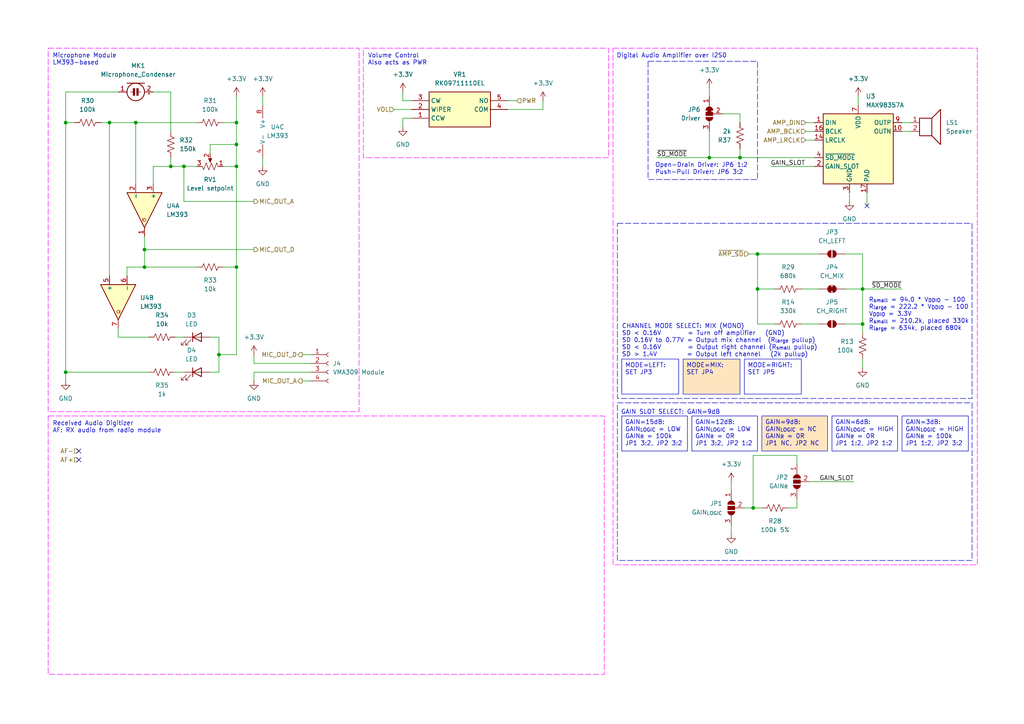
<source format=kicad_sch>
(kicad_sch (version 20231120) (generator "eeschema") (generator_version "8.0")
  (paper "A4")
  (lib_symbols
    (symbol "Audio:MAX98357A"
      (property "Reference" "U" (at -8.89 11.43 0))
      (property "Value" "MAX98357A" (at 10.16 11.43 0))
      (symbol "MAX98357A_1_1"
        (rectangle (start -10.16 10.16) (end 10.16 -10.16) (stroke (width 0.254)) (fill (type background)))
        (pin input line (at -12.7 7.62 0) (length 2.54) (name "DIN") (number "1"))
        (pin output line (at 12.7 5.08 180) (length 2.54) (name "OUTN") (number "10"))
        (pin passive line (at -2.54 -12.7 90) (length 2.54) hide (name "GND") (number "11"))
        (pin no_connect line (at 10.16 -5.08 180) (length 2.54) hide (name "NC") (number "12"))
        (pin no_connect line (at 10.16 -7.62 180) (length 2.54) hide (name "NC") (number "13"))
        (pin input line (at -12.7 2.54 0) (length 2.54) (name "LRCLK") (number "14"))
        (pin passive line (at -2.54 -12.7 90) (length 2.54) hide (name "GND") (number "15"))
        (pin input line (at -12.7 5.08 0) (length 2.54) (name "BCLK") (number "16"))
        (pin unspecified line (at 2.54 -12.7 90) (length 2.54) (name "PAD") (number "17"))
        (pin passive line (at -12.7 -5.08 0) (length 2.54) (name "GAIN_SLOT") (number "2"))
        (pin power_in line (at -2.54 -12.7 90) (length 2.54) (name "GND") (number "3"))
        (pin input line (at -12.7 -2.54 0) (length 2.54) (name "~{SD_MODE}") (number "4"))
        (pin no_connect line (at 10.16 2.54 180) (length 2.54) hide (name "NC") (number "5"))
        (pin no_connect line (at 10.16 0 180) (length 2.54) hide (name "NC") (number "6"))
        (pin power_in line (at 0 12.7 270) (length 2.54) (name "VDD") (number "7"))
        (pin passive line (at 0 12.7 270) (length 2.54) hide (name "VDD") (number "8"))
        (pin output line (at 12.7 7.62 180) (length 2.54) (name "OUTP") (number "9"))
      )
    )
    (symbol "Comparator:LM393" (pin_names (offset 0.127))
      (property "Reference" "U" (at 3.81 3.81 0))
      (property "Value" "LM393" (at 6.35 -3.81 0))
      (symbol "LM393_1_1"
        (polyline (pts (xy -5.08 5.08) (xy 5.08 0) (xy -5.08 -5.08) (xy -5.08 5.08)) (stroke (width 0.254)) (fill (type background)))
        (polyline (pts (xy 3.302 -0.508) (xy 2.794 -0.508) (xy 3.302 0) (xy 2.794 0.508) (xy 2.286 0) (xy 2.794 -0.508) (xy 2.286 -0.508)) (stroke (width 0.127)))
        (pin open_collector line (at 7.62 0 180) (length 2.54) (name "~") (number "1"))
        (pin input line (at -7.62 -2.54 0) (length 2.54) (name "-") (number "2"))
        (pin input line (at -7.62 2.54 0) (length 2.54) (name "+") (number "3"))
      )
      (symbol "LM393_2_1"
        (polyline (pts (xy -5.08 5.08) (xy 5.08 0) (xy -5.08 -5.08) (xy -5.08 5.08)) (stroke (width 0.254)) (fill (type background)))
        (polyline (pts (xy 3.302 -0.508) (xy 2.794 -0.508) (xy 3.302 0) (xy 2.794 0.508) (xy 2.286 0) (xy 2.794 -0.508) (xy 2.286 -0.508)) (stroke (width 0.127)))
        (pin input line (at -7.62 2.54 0) (length 2.54) (name "+") (number "5"))
        (pin input line (at -7.62 -2.54 0) (length 2.54) (name "-") (number "6"))
        (pin open_collector line (at 7.62 0 180) (length 2.54) (name "~") (number "7"))
      )
      (symbol "LM393_3_1"
        (pin power_in line (at -2.54 -7.62 90) (length 3.81) (name "V-") (number "4"))
        (pin power_in line (at -2.54 7.62 270) (length 3.81) (name "V+") (number "8"))
      )
    )
    (symbol "Connector:Conn_01x04_Socket" (pin_names (offset 1.016) hide)
      (property "Reference" "J" (at 0 5.08 0))
      (property "Value" "Conn_01x04_Socket" (at 0 -7.62 0))
      (symbol "Conn_01x04_Socket_1_1"
        (arc (start 0 -4.572) (mid -0.5058 -5.08) (end 0 -5.588) (stroke (width 0.1524)))
        (arc (start 0 -2.032) (mid -0.5058 -2.54) (end 0 -3.048) (stroke (width 0.1524)))
        (polyline (pts (xy -1.27 -5.08) (xy -0.508 -5.08)) (stroke (width 0.1524)))
        (polyline (pts (xy -1.27 -2.54) (xy -0.508 -2.54)) (stroke (width 0.1524)))
        (polyline (pts (xy -1.27 0) (xy -0.508 0)) (stroke (width 0.1524)))
        (polyline (pts (xy -1.27 2.54) (xy -0.508 2.54)) (stroke (width 0.1524)))
        (arc (start 0 0.508) (mid -0.5058 0) (end 0 -0.508) (stroke (width 0.1524)))
        (arc (start 0 3.048) (mid -0.5058 2.54) (end 0 2.032) (stroke (width 0.1524)))
        (pin passive line (at -5.08 2.54 0) (length 3.81) (name "Pin_1") (number "1"))
        (pin passive line (at -5.08 0 0) (length 3.81) (name "Pin_2") (number "2"))
        (pin passive line (at -5.08 -2.54 0) (length 3.81) (name "Pin_3") (number "3"))
        (pin passive line (at -5.08 -5.08 0) (length 3.81) (name "Pin_4") (number "4"))
      )
    )
    (symbol "Device:LED" (pin_numbers hide) (pin_names (offset 1.016) hide)
      (property "Reference" "D" (at 0 2.54 0))
      (property "Value" "LED" (at 0 -2.54 0))
      (symbol "LED_0_1"
        (polyline (pts (xy -1.27 -1.27) (xy -1.27 1.27)) (stroke (width 0.254)))
        (polyline (pts (xy -1.27 0) (xy 1.27 0)))
        (polyline (pts (xy 1.27 -1.27) (xy 1.27 1.27) (xy -1.27 0) (xy 1.27 -1.27)) (stroke (width 0.254)))
        (polyline (pts (xy -3.048 -0.762) (xy -4.572 -2.286) (xy -3.81 -2.286) (xy -4.572 -2.286) (xy -4.572 -1.524)))
        (polyline (pts (xy -1.778 -0.762) (xy -3.302 -2.286) (xy -2.54 -2.286) (xy -3.302 -2.286) (xy -3.302 -1.524)))
      )
      (symbol "LED_1_1"
        (pin passive line (at -3.81 0 0) (length 2.54) (name "K") (number "1"))
        (pin passive line (at 3.81 0 180) (length 2.54) (name "A") (number "2"))
      )
    )
    (symbol "Device:Microphone_Condenser" (pin_names (offset 0.0254) hide)
      (property "Reference" "MK" (at -3.302 1.27 0))
      (property "Value" "Microphone_Condenser" (at -3.302 -0.635 0))
      (symbol "Microphone_Condenser_0_1"
        (polyline (pts (xy -2.54 2.54) (xy -2.54 -2.54)) (stroke (width 0.254)))
        (polyline (pts (xy 0 -0.762) (xy 0 -1.524)))
        (polyline (pts (xy 0 0.762) (xy 0 1.524)))
        (polyline (pts (xy 0.254 3.81) (xy 0.762 3.81)))
        (polyline (pts (xy 0.508 4.064) (xy 0.508 3.556)))
        (circle (center 0 0) (radius 2.54) (stroke (width 0.254)))
        (rectangle (start 1.016 -0.254) (end -1.016 -0.762) (fill (type outline)))
        (rectangle (start 1.016 0.762) (end -1.016 0.254) (fill (type outline)))
      )
      (symbol "Microphone_Condenser_1_1"
        (pin passive line (at 0 -5.08 90) (length 2.54) (name "-") (number "1"))
        (pin passive line (at 0 5.08 270) (length 2.54) (name "+") (number "2"))
      )
    )
    (symbol "Device:R_Potentiometer_US" (pin_names (offset 1.016) hide)
      (property "Reference" "RV" (at -4.445 0 90))
      (property "Value" "R_Potentiometer_US" (at -2.54 0 90))
      (symbol "R_Potentiometer_US_0_1"
        (polyline (pts (xy 0 -2.286) (xy 0 -2.54)))
        (polyline (pts (xy 0 2.54) (xy 0 2.286)))
        (polyline (pts (xy 2.54 0) (xy 1.524 0)))
        (polyline (pts (xy 1.143 0) (xy 2.286 0.508) (xy 2.286 -0.508) (xy 1.143 0)) (fill (type outline)))
        (polyline (pts (xy 0 -0.762) (xy 1.016 -1.143) (xy 0 -1.524) (xy -1.016 -1.905) (xy 0 -2.286)))
        (polyline (pts (xy 0 0.762) (xy 1.016 0.381) (xy 0 0) (xy -1.016 -0.381) (xy 0 -0.762)))
        (polyline (pts (xy 0 2.286) (xy 1.016 1.905) (xy 0 1.524) (xy -1.016 1.143) (xy 0 0.762)))
      )
      (symbol "R_Potentiometer_US_1_1"
        (pin passive line (at 0 3.81 270) (length 1.27) (name "1") (number "1"))
        (pin passive line (at 3.81 0 180) (length 1.27) (name "2") (number "2"))
        (pin passive line (at 0 -3.81 90) (length 1.27) (name "3") (number "3"))
      )
    )
    (symbol "Device:R_US" (pin_numbers hide) (pin_names (offset 0))
      (property "Reference" "R" (at 2.54 0 90))
      (property "Value" "R_US" (at -2.54 0 90))
      (symbol "R_US_0_1"
        (polyline (pts (xy 0 -2.286) (xy 0 -2.54)))
        (polyline (pts (xy 0 2.286) (xy 0 2.54)))
        (polyline (pts (xy 0 -0.762) (xy 1.016 -1.143) (xy 0 -1.524) (xy -1.016 -1.905) (xy 0 -2.286)))
        (polyline (pts (xy 0 0.762) (xy 1.016 0.381) (xy 0 0) (xy -1.016 -0.381) (xy 0 -0.762)))
        (polyline (pts (xy 0 2.286) (xy 1.016 1.905) (xy 0 1.524) (xy -1.016 1.143) (xy 0 0.762)))
      )
      (symbol "R_US_1_1"
        (pin passive line (at 0 3.81 270) (length 1.27) (name "~") (number "1"))
        (pin passive line (at 0 -3.81 90) (length 1.27) (name "~") (number "2"))
      )
    )
    (symbol "Device:Speaker" (pin_names (offset 0) hide)
      (property "Reference" "LS" (at 1.27 5.715 0))
      (property "Value" "Speaker" (at 1.27 3.81 0))
      (symbol "Speaker_0_0"
        (rectangle (start -2.54 1.27) (end 1.016 -3.81) (stroke (width 0.254)))
        (polyline (pts (xy 1.016 1.27) (xy 3.556 3.81) (xy 3.556 -6.35) (xy 1.016 -3.81)) (stroke (width 0.254)))
      )
      (symbol "Speaker_1_1"
        (pin input line (at -5.08 0 0) (length 2.54) (name "1") (number "1"))
        (pin input line (at -5.08 -2.54 0) (length 2.54) (name "2") (number "2"))
      )
    )
    (symbol "Jumper:SolderJumper_2_Bridged" (pin_numbers hide) (pin_names (offset 0) hide) (exclude_from_sim yes) (in_bom no)
      (property "Reference" "JP" (at 0 2.032 0))
      (property "Value" "SolderJumper_2_Bridged" (at 0 -2.54 0))
      (symbol "SolderJumper_2_Bridged_0_1"
        (rectangle (start -0.508 0.508) (end 0.508 -0.508) (fill (type outline)))
        (arc (start -0.254 1.016) (mid -1.2656 0) (end -0.254 -1.016))
        (arc (start -0.254 1.016) (mid -1.2656 0) (end -0.254 -1.016) (fill (type outline)))
        (polyline (pts (xy -0.254 1.016) (xy -0.254 -1.016)))
        (polyline (pts (xy 0.254 1.016) (xy 0.254 -1.016)))
        (arc (start 0.254 -1.016) (mid 1.2656 0) (end 0.254 1.016))
        (arc (start 0.254 -1.016) (mid 1.2656 0) (end 0.254 1.016) (fill (type outline)))
      )
      (symbol "SolderJumper_2_Bridged_1_1"
        (pin passive line (at -3.81 0 0) (length 2.54) (name "A") (number "1"))
        (pin passive line (at 3.81 0 180) (length 2.54) (name "B") (number "2"))
      )
    )
    (symbol "Jumper:SolderJumper_2_Open" (pin_numbers hide) (pin_names (offset 0) hide) (exclude_from_sim yes) (in_bom no)
      (property "Reference" "JP" (at 0 2.032 0))
      (property "Value" "SolderJumper_2_Open" (at 0 -2.54 0))
      (symbol "SolderJumper_2_Open_0_1"
        (arc (start -0.254 1.016) (mid -1.2656 0) (end -0.254 -1.016))
        (arc (start -0.254 1.016) (mid -1.2656 0) (end -0.254 -1.016) (fill (type outline)))
        (polyline (pts (xy -0.254 1.016) (xy -0.254 -1.016)))
        (polyline (pts (xy 0.254 1.016) (xy 0.254 -1.016)))
        (arc (start 0.254 -1.016) (mid 1.2656 0) (end 0.254 1.016))
        (arc (start 0.254 -1.016) (mid 1.2656 0) (end 0.254 1.016) (fill (type outline)))
      )
      (symbol "SolderJumper_2_Open_1_1"
        (pin passive line (at -3.81 0 0) (length 2.54) (name "A") (number "1"))
        (pin passive line (at 3.81 0 180) (length 2.54) (name "B") (number "2"))
      )
    )
    (symbol "Jumper:SolderJumper_3_Bridged12" (pin_names (offset 0) hide) (exclude_from_sim yes) (in_bom no)
      (property "Reference" "JP" (at -2.54 -2.54 0))
      (property "Value" "SolderJumper_3_Bridged12" (at 0 2.794 0))
      (symbol "SolderJumper_3_Bridged12_0_1"
        (rectangle (start -1.016 0.508) (end -0.508 -0.508) (fill (type outline)))
        (arc (start -1.016 1.016) (mid -2.0276 0) (end -1.016 -1.016))
        (arc (start -1.016 1.016) (mid -2.0276 0) (end -1.016 -1.016) (fill (type outline)))
        (rectangle (start -0.508 1.016) (end 0.508 -1.016) (fill (type outline)))
        (polyline (pts (xy -2.54 0) (xy -2.032 0)))
        (polyline (pts (xy -1.016 1.016) (xy -1.016 -1.016)))
        (polyline (pts (xy 0 -1.27) (xy 0 -1.016)))
        (polyline (pts (xy 1.016 1.016) (xy 1.016 -1.016)))
        (polyline (pts (xy 2.54 0) (xy 2.032 0)))
        (arc (start 1.016 -1.016) (mid 2.0276 0) (end 1.016 1.016))
        (arc (start 1.016 -1.016) (mid 2.0276 0) (end 1.016 1.016) (fill (type outline)))
      )
      (symbol "SolderJumper_3_Bridged12_1_1"
        (pin passive line (at -5.08 0 0) (length 2.54) (name "A") (number "1"))
        (pin passive line (at 0 -3.81 90) (length 2.54) (name "C") (number "2"))
        (pin passive line (at 5.08 0 180) (length 2.54) (name "B") (number "3"))
      )
    )
    (symbol "Jumper:SolderJumper_3_Open" (pin_names (offset 0) hide) (exclude_from_sim yes) (in_bom no)
      (property "Reference" "JP" (at -2.54 -2.54 0))
      (property "Value" "SolderJumper_3_Open" (at 0 2.794 0))
      (symbol "SolderJumper_3_Open_0_1"
        (arc (start -1.016 1.016) (mid -2.0276 0) (end -1.016 -1.016))
        (arc (start -1.016 1.016) (mid -2.0276 0) (end -1.016 -1.016) (fill (type outline)))
        (rectangle (start -0.508 1.016) (end 0.508 -1.016) (fill (type outline)))
        (polyline (pts (xy -2.54 0) (xy -2.032 0)))
        (polyline (pts (xy -1.016 1.016) (xy -1.016 -1.016)))
        (polyline (pts (xy 0 -1.27) (xy 0 -1.016)))
        (polyline (pts (xy 1.016 1.016) (xy 1.016 -1.016)))
        (polyline (pts (xy 2.54 0) (xy 2.032 0)))
        (arc (start 1.016 -1.016) (mid 2.0276 0) (end 1.016 1.016))
        (arc (start 1.016 -1.016) (mid 2.0276 0) (end 1.016 1.016) (fill (type outline)))
      )
      (symbol "SolderJumper_3_Open_1_1"
        (pin passive line (at -5.08 0 0) (length 2.54) (name "A") (number "1"))
        (pin passive line (at 0 -3.81 90) (length 2.54) (name "C") (number "2"))
        (pin passive line (at 5.08 0 180) (length 2.54) (name "B") (number "3"))
      )
    )
    (symbol "power:+3.3V" (power) (pin_numbers hide) (pin_names (offset 0) hide)
      (property "Value" "+3.3V" (at 0 3.556 0))
      (symbol "+3.3V_0_1"
        (polyline (pts (xy -0.762 1.27) (xy 0 2.54)))
        (polyline (pts (xy 0 0) (xy 0 2.54)))
        (polyline (pts (xy 0 2.54) (xy 0.762 1.27)))
      )
      (symbol "+3.3V_1_1"
        (pin power_in line (at 0 0 90) (length 0) (name "~") (number "1"))
      )
    )
    (symbol "power:GND" (power) (pin_numbers hide) (pin_names (offset 0) hide)
      (property "Value" "GND" (at 0 -3.81 0))
      (symbol "GND_0_1"
        (polyline (pts (xy 0 0) (xy 0 -1.27) (xy 1.27 -1.27) (xy 0 -2.54) (xy -1.27 -1.27) (xy 0 -1.27)))
      )
      (symbol "GND_1_1"
        (pin power_in line (at 0 0 270) (length 0) (name "~") (number "1"))
      )
    )
    (symbol "spur-demo:RK09711110EL"
      (property "Reference" "VR" (at 24.13 7.62 0))
      (property "Value" "RK09711110EL" (at 24.13 5.08 0))
      (symbol "RK09711110EL_1_1"
        (rectangle (start 5.08 2.54) (end 22.86 -7.62) (stroke (width 0.254)) (fill (type background)))
        (pin passive line (at 27.94 -5.08 180) (length 5.08) (name "CCW") (number "1"))
        (pin passive line (at 27.94 -2.54 180) (length 5.08) (name "WIPER") (number "2"))
        (pin passive line (at 27.94 0 180) (length 5.08) (name "CW") (number "3"))
        (pin passive line (at 0 -2.54 0) (length 5.08) (name "COM") (number "4"))
        (pin passive line (at 0 0 0) (length 5.08) (name "NO") (number "5"))
      )
    )
  )
  (junction (at 19.05 35.56))
  (junction (at 250.19 83.82))
  (junction (at 49.53 48.26))
  (junction (at 68.58 48.26))
  (junction (at 53.34 48.26))
  (junction (at 219.71 73.66))
  (junction (at 218.44 147.32))
  (junction (at 41.91 77.47))
  (junction (at 39.37 35.56))
  (junction (at 219.71 83.82))
  (junction (at 41.91 72.39))
  (junction (at 19.05 107.95))
  (junction (at 205.74 45.72))
  (junction (at 63.5 102.87))
  (junction (at 68.58 77.47))
  (junction (at 214.63 45.72))
  (junction (at 250.19 93.98))
  (junction (at 68.58 35.56))
  (junction (at 68.58 41.91))
  (junction (at 31.75 35.56))
  (no_connect (at 251.46 59.69))
  (no_connect (at 22.86 133.35))
  (no_connect (at 22.86 130.81))
  (wire (pts (xy 250.19 73.66) (xy 250.19 83.82)))
  (wire (pts (xy 64.77 48.26) (xy 68.58 48.26)))
  (wire (pts (xy 248.92 27.94) (xy 248.92 30.48)))
  (wire (pts (xy 157.48 29.21) (xy 157.48 31.75)))
  (wire (pts (xy 214.63 35.56) (xy 214.63 33.02)))
  (wire (pts (xy 224.79 93.98) (xy 219.71 93.98)))
  (wire (pts (xy 190.5 45.72) (xy 205.74 45.72)))
  (wire (pts (xy 63.5 97.79) (xy 63.5 102.87)))
  (wire (pts (xy 41.91 68.58) (xy 41.91 72.39)))
  (wire (pts (xy 57.15 77.47) (xy 41.91 77.47)))
  (wire (pts (xy 49.53 45.72) (xy 49.53 48.26)))
  (wire (pts (xy 49.53 48.26) (xy 44.45 48.26)))
  (wire (pts (xy 68.58 35.56) (xy 68.58 41.91)))
  (wire (pts (xy 39.37 35.56) (xy 39.37 53.34)))
  (wire (pts (xy 231.14 132.08) (xy 231.14 134.62)))
  (wire (pts (xy 57.15 35.56) (xy 39.37 35.56)))
  (wire (pts (xy 232.41 83.82) (xy 237.49 83.82)))
  (wire (pts (xy 63.5 102.87) (xy 68.58 102.87)))
  (wire (pts (xy 116.84 26.67) (xy 116.84 29.21)))
  (wire (pts (xy 233.68 40.64) (xy 236.22 40.64)))
  (wire (pts (xy 212.09 139.7) (xy 212.09 142.24)))
  (wire (pts (xy 219.71 93.98) (xy 219.71 83.82)))
  (wire (pts (xy 217.17 73.66) (xy 219.71 73.66)))
  (wire (pts (xy 250.19 106.68) (xy 250.19 104.14)))
  (wire (pts (xy 68.58 41.91) (xy 68.58 48.26)))
  (wire (pts (xy 64.77 35.56) (xy 68.58 35.56)))
  (wire (pts (xy 36.83 80.01) (xy 36.83 77.47)))
  (wire (pts (xy 205.74 45.72) (xy 214.63 45.72)))
  (wire (pts (xy 53.34 48.26) (xy 57.15 48.26)))
  (wire (pts (xy 245.11 73.66) (xy 250.19 73.66)))
  (wire (pts (xy 49.53 48.26) (xy 53.34 48.26)))
  (wire (pts (xy 36.83 77.47) (xy 41.91 77.47)))
  (wire (pts (xy 53.34 97.79) (xy 50.8 97.79)))
  (wire (pts (xy 34.29 26.67) (xy 19.05 26.67)))
  (wire (pts (xy 250.19 83.82) (xy 250.19 93.98)))
  (wire (pts (xy 43.18 97.79) (xy 34.29 97.79)))
  (wire (pts (xy 149.86 29.21) (xy 147.32 29.21)))
  (wire (pts (xy 116.84 34.29) (xy 116.84 36.83)))
  (wire (pts (xy 87.63 102.87) (xy 90.17 102.87)))
  (wire (pts (xy 219.71 83.82) (xy 224.79 83.82)))
  (wire (pts (xy 234.95 139.7) (xy 247.65 139.7)))
  (wire (pts (xy 63.5 102.87) (xy 63.5 107.95)))
  (wire (pts (xy 60.96 41.91) (xy 68.58 41.91)))
  (wire (pts (xy 205.74 38.1) (xy 205.74 45.72)))
  (wire (pts (xy 60.96 97.79) (xy 63.5 97.79)))
  (wire (pts (xy 43.18 107.95) (xy 19.05 107.95)))
  (wire (pts (xy 19.05 110.49) (xy 19.05 107.95)))
  (wire (pts (xy 39.37 35.56) (xy 31.75 35.56)))
  (wire (pts (xy 214.63 45.72) (xy 236.22 45.72)))
  (wire (pts (xy 41.91 72.39) (xy 73.66 72.39)))
  (wire (pts (xy 49.53 26.67) (xy 44.45 26.67)))
  (wire (pts (xy 19.05 26.67) (xy 19.05 35.56)))
  (wire (pts (xy 73.66 58.42) (xy 53.34 58.42)))
  (wire (pts (xy 233.68 38.1) (xy 236.22 38.1)))
  (wire (pts (xy 73.66 102.87) (xy 73.66 105.41)))
  (wire (pts (xy 218.44 147.32) (xy 218.44 132.08)))
  (wire (pts (xy 21.59 35.56) (xy 19.05 35.56)))
  (wire (pts (xy 31.75 35.56) (xy 31.75 80.01)))
  (wire (pts (xy 76.2 45.72) (xy 76.2 48.26)))
  (wire (pts (xy 60.96 41.91) (xy 60.96 44.45)))
  (wire (pts (xy 53.34 48.26) (xy 53.34 58.42)))
  (wire (pts (xy 219.71 73.66) (xy 237.49 73.66)))
  (wire (pts (xy 219.71 73.66) (xy 219.71 83.82)))
  (wire (pts (xy 228.6 147.32) (xy 231.14 147.32)))
  (wire (pts (xy 49.53 26.67) (xy 49.53 38.1)))
  (wire (pts (xy 214.63 43.18) (xy 214.63 45.72)))
  (wire (pts (xy 147.32 31.75) (xy 157.48 31.75)))
  (wire (pts (xy 41.91 77.47) (xy 41.91 72.39)))
  (wire (pts (xy 231.14 147.32) (xy 231.14 144.78)))
  (wire (pts (xy 261.62 38.1) (xy 264.16 38.1)))
  (wire (pts (xy 68.58 27.94) (xy 68.58 35.56)))
  (wire (pts (xy 212.09 152.4) (xy 212.09 154.94)))
  (wire (pts (xy 44.45 48.26) (xy 44.45 53.34)))
  (wire (pts (xy 76.2 27.94) (xy 76.2 30.48)))
  (wire (pts (xy 114.3 31.75) (xy 119.38 31.75)))
  (wire (pts (xy 261.62 35.56) (xy 264.16 35.56)))
  (wire (pts (xy 218.44 147.32) (xy 220.98 147.32)))
  (wire (pts (xy 214.63 33.02) (xy 209.55 33.02)))
  (wire (pts (xy 233.68 35.56) (xy 236.22 35.56)))
  (wire (pts (xy 250.19 93.98) (xy 250.19 96.52)))
  (wire (pts (xy 245.11 93.98) (xy 250.19 93.98)))
  (wire (pts (xy 73.66 110.49) (xy 73.66 107.95)))
  (wire (pts (xy 63.5 107.95) (xy 60.96 107.95)))
  (wire (pts (xy 68.58 77.47) (xy 68.58 102.87)))
  (wire (pts (xy 119.38 34.29) (xy 116.84 34.29)))
  (wire (pts (xy 34.29 95.25) (xy 34.29 97.79)))
  (wire (pts (xy 116.84 29.21) (xy 119.38 29.21)))
  (wire (pts (xy 64.77 77.47) (xy 68.58 77.47)))
  (wire (pts (xy 223.52 48.26) (xy 236.22 48.26)))
  (wire (pts (xy 73.66 107.95) (xy 90.17 107.95)))
  (wire (pts (xy 68.58 48.26) (xy 68.58 77.47)))
  (wire (pts (xy 246.38 58.42) (xy 246.38 55.88)))
  (wire (pts (xy 218.44 132.08) (xy 231.14 132.08)))
  (wire (pts (xy 53.34 107.95) (xy 50.8 107.95)))
  (wire (pts (xy 73.66 105.41) (xy 90.17 105.41)))
  (wire (pts (xy 19.05 35.56) (xy 19.05 107.95)))
  (wire (pts (xy 31.75 35.56) (xy 29.21 35.56)))
  (wire (pts (xy 215.9 147.32) (xy 218.44 147.32)))
  (wire (pts (xy 87.63 110.49) (xy 90.17 110.49)))
  (wire (pts (xy 251.46 55.88) (xy 251.46 59.69)))
  (wire (pts (xy 232.41 93.98) (xy 237.49 93.98)))
  (wire (pts (xy 250.19 83.82) (xy 261.62 83.82)))
  (wire (pts (xy 205.74 25.4) (xy 205.74 27.94)))
  (wire (pts (xy 245.11 83.82) (xy 250.19 83.82)))
  (rectangle (start 13.97 120.65) (end 175.26 195.58) (stroke (width 0) (type dash) (color 255 0 255 1)))
  (rectangle (start 187.96 17.78) (end 219.71 52.07) (stroke (width 0) (type dash)))
  (rectangle (start 13.97 13.97) (end 104.14 119.38) (stroke (width 0) (type dash) (color 255 0 255 1)))
  (rectangle (start 125.73 -92.71) (end 125.73 -92.71))
  (rectangle (start 179.07 64.77) (end 281.94 115.57) (stroke (width 0) (type dash)))
  (rectangle (start 179.07 116.84) (end 281.94 162.56) (stroke (width 0) (type dash)))
  (rectangle (start 177.8 13.97) (end 283.464 163.83) (stroke (width 0) (type dash) (color 255 0 255 1)))
  (rectangle (start 105.41 13.97) (end 176.53 45.72) (stroke (width 0) (type dash) (color 255 0 255 1)))
  (text_box "GAIN=15dB:\nGAIN_{LOGIC} = LOW\nGAIN_{R} = 100k\nJP1 3:2, JP2 3:2" (at 180.34 120.65 0) (size 19.05 10.16) (effects (font (size 1.27 1.27)) (justify left top)))
  (text_box "GAIN=12dB:\nGAIN_{LOGIC} = LOW\nGAIN_{R} = 0R\nJP1 3:2, JP2 1:2" (at 200.66 120.65 0) (size 19.05 10.16) (effects (font (size 1.27 1.27)) (justify left top)))
  (text_box "MODE=MIX:\nSET JP4" (at 198.12 104.14 0) (size 16.51 10.16) (fill (type color) (color 255 229 191 1)) (effects (font (size 1.27 1.27)) (justify left top)))
  (text_box "GAIN=6dB:\nGAIN_{LOGIC} = HIGH\nGAIN_{R} = 0R\nJP1 1:2, JP2 1:2" (at 241.3 120.65 0) (size 19.05 10.16) (effects (font (size 1.27 1.27)) (justify left top)))
  (text_box "MODE=RIGHT:\nSET JP5" (at 215.9 104.14 0) (size 16.51 10.16) (effects (font (size 1.27 1.27)) (justify left top)))
  (text_box "MODE=LEFT:\nSET JP3" (at 180.34 104.14 0) (size 16.51 10.16) (effects (font (size 1.27 1.27)) (justify left top)))
  (text_box "GAIN=9dB:\nGAIN_{LOGIC} = NC\nGAIN_{R} = 0R\nJP1 NC, JP2 NC" (at 220.98 120.65 0) (size 19.05 10.16) (fill (type color) (color 255 229 191 1)) (effects (font (size 1.27 1.27)) (justify left top)))
  (text_box "GAIN=3dB:\nGAIN_{LOGIC} = HIGH\nGAIN_{R} = 100k\nJP1 1:2, JP2 3:2" (at 261.62 120.65 0) (size 19.2405 10.16) (effects (font (size 1.27 1.27)) (justify left top)))
  (text "Microphone Module\nLM393-based" (at 15.24 15.494 0) (effects (font (size 1.27 1.27)) (justify left top)))
  (text "Volume Control\nAlso acts as PWR" (at 106.68 15.494 0) (effects (font (size 1.27 1.27)) (justify left top)))
  (text "Digital Audio Amplifier over I2S0" (at 178.816 15.494 0) (effects (font (size 1.27 1.27)) (justify left top)))
  (text "CHANNEL MODE SELECT: MIX (MONO)\nSD < 0.16V        = Turn off amplifier   (GND)\nSD 0.16V to 0.77V = Output mix channel  (R_{large} pullup)\nSD < 0.16V        = Output right channel (R_{small} pullup)\nSD > 1.4V         = Output left channel   (2k pullup)\n" (at 180.34 93.98 0) (effects (font (size 1.27 1.27)) (justify left top)))
  (text "Open-Drain Driver: JP6 1:2\nPush-Pull Driver: JP6 3:2" (at 189.992 47.244 0) (effects (font (size 1.27 1.27)) (justify left top)))
  (text "GAIN SLOT SELECT: GAIN=9dB" (at 180.086 118.872 0) (effects (font (size 1.27 1.27)) (justify left top)))
  (text "Received Audio Digitizer\nAF: RX audio from radio module" (at 15.24 122.174 0) (effects (font (size 1.27 1.27)) (justify left top)))
  (text "R_{small} = 94.0 * V_{DDIO} - 100\nR_{large} = 222.2 * V_{DDIO} - 100\nV_{DDIO} = 3.3V\nR_{small} = 210.2k, placed 330k\nR_{large} = 634k, placed 680k\n\n" (at 251.968 86.36 0) (effects (font (size 1.27 1.27)) (justify left top)))
  (label "GAIN_SLOT" (at 247.65 139.7 180))
  (label "GAIN_SLOT" (at 223.52 48.26 0))
  (label "~{SD_MODE}" (at 261.62 83.82 180))
  (label "~{SD_MODE}" (at 190.5 45.72 0))
  (hierarchical_label "MIC_OUT_D" (shape output) (at 73.66 72.39 0))
  (hierarchical_label "MIC_OUT_D" (shape output) (at 87.63 102.87 180))
  (hierarchical_label "AF+" (shape input) (at 22.86 133.35 180))
  (hierarchical_label "AMP_DIN" (shape input) (at 233.68 35.56 180))
  (hierarchical_label "MIC_OUT_A" (shape output) (at 87.63 110.49 180))
  (hierarchical_label "PWR" (shape input) (at 149.86 29.21 0))
  (hierarchical_label "MIC_OUT_A" (shape output) (at 73.66 58.42 0))
  (hierarchical_label "AMP_BCLK" (shape input) (at 233.68 38.1 180))
  (hierarchical_label "VOL" (shape input) (at 114.3 31.75 180))
  (hierarchical_label "AF-" (shape input) (at 22.86 130.81 180))
  (hierarchical_label "~{AMP_SD}" (shape input) (at 217.17 73.66 180))
  (hierarchical_label "AMP_LRCLK" (shape input) (at 233.68 40.64 180))
  (symbol (lib_id "Device:LED") (at 57.15 107.95 0) (unit 1)
    (property "Reference" "D4" (at 55.5625 101.6 0))
    (property "Value" "LED" (at 55.5625 104.14 0))
    (property "Footprint" "LED_SMD:LED_0603_1608Metric_Pad1.05x0.95mm_HandSolder" (effects (hide yes)))
    (property "Description" "Light emitting diode" (effects (hide yes)))
  )
  (symbol (lib_id "power:GND") (at 246.38 58.42 0) (unit 1)
    (property "Reference" "#PWR05" (effects (hide yes)))
    (property "Value" "GND" (at 246.38 63.5 0))
    (property "Description" "Power symbol creates a global label with name \"GND\" , ground" (effects (hide yes)))
  )
  (symbol (lib_id "power:GND") (at 76.2 48.26 0) (unit 1)
    (property "Reference" "#PWR035" (effects (hide yes)))
    (property "Value" "GND" (at 76.2 53.34 0))
    (property "Description" "Power symbol creates a global label with name \"GND\" , ground" (effects (hide yes)))
  )
  (symbol (lib_id "Device:LED") (at 57.15 97.79 0) (unit 1)
    (property "Reference" "D3" (at 55.5625 91.44 0))
    (property "Value" "LED" (at 55.5625 93.98 0))
    (property "Footprint" "LED_SMD:LED_0603_1608Metric_Pad1.05x0.95mm_HandSolder" (effects (hide yes)))
    (property "Description" "Light emitting diode" (effects (hide yes)))
  )
  (symbol (lib_id "power:GND") (at 73.66 110.49 0) (unit 1)
    (property "Reference" "#PWR074" (effects (hide yes)))
    (property "Value" "GND" (at 73.66 115.57 0))
    (property "Description" "Power symbol creates a global label with name \"GND\" , ground" (effects (hide yes)))
  )
  (symbol (lib_id "Device:R_US") (at 46.99 97.79 270) (unit 1)
    (property "Reference" "R34" (at 46.99 91.44 90))
    (property "Value" "10k" (at 46.99 93.98 90))
    (property "Footprint" "Resistor_SMD:R_0603_1608Metric" (effects (hide yes)))
    (property "Description" "Resistor, US symbol" (effects (hide yes)))
  )
  (symbol (lib_id "Device:R_US") (at 250.19 100.33 180) (unit 1)
    (property "Reference" "R13" (at 247.65 99.0599 0) (effects (justify left)))
    (property "Value" "100k" (at 247.65 101.5999 0) (effects (justify left)))
    (property "Footprint" "Resistor_SMD:R_0603_1608Metric" (effects (hide yes)))
    (property "Description" "Resistor, US symbol" (effects (hide yes)))
  )
  (symbol (lib_id "Device:Speaker") (at 269.24 35.56 0) (unit 1)
    (property "Reference" "LS1" (at 274.32 35.5599 0) (effects (justify left)))
    (property "Value" "Speaker" (at 274.32 38.0999 0) (effects (justify left)))
    (property "Footprint" "Connector_JST:JST_XH_S2B-XH-A_1x02_P2.50mm_Horizontal" (effects (hide yes)))
    (property "Description" "Speaker" (effects (hide yes)))
  )
  (symbol (lib_id "Comparator:LM393") (at 41.91 60.96 270) (unit 1)
    (property "Reference" "U4" (at 48.26 59.6899 90) (effects (justify left)))
    (property "Value" "LM393" (at 48.26 62.2299 90) (effects (justify left)))
    (property "Footprint" "Package_SO:VSSOP-8_3x3mm_P0.65mm" (effects (hide yes)))
    (property "Datasheet" "http://www.ti.com/lit/ds/symlink/lm393.pdf" (effects (hide yes)))
    (property "Description" "Low-Power, Low-Offset Voltage, Dual Comparators, DIP-8/SOIC-8/TO-99-8" (effects (hide yes)))
  )
  (symbol (lib_id "power:GND") (at 19.05 110.49 0) (unit 1)
    (property "Reference" "#PWR051" (effects (hide yes)))
    (property "Value" "GND" (at 19.05 115.57 0))
    (property "Description" "Power symbol creates a global label with name \"GND\" , ground" (effects (hide yes)))
  )
  (symbol (lib_id "Device:R_US") (at 60.96 35.56 270) (unit 1)
    (property "Reference" "R31" (at 60.96 29.21 90))
    (property "Value" "100k" (at 60.96 31.75 90))
    (property "Footprint" "Resistor_SMD:R_0603_1608Metric" (effects (hide yes)))
    (property "Description" "Resistor, US symbol" (effects (hide yes)))
  )
  (symbol (lib_id "Jumper:SolderJumper_3_Bridged12") (at 205.74 33.02 90) (mirror x) (unit 1) (exclude_from_sim yes) (in_bom no)
    (property "Reference" "JP6" (at 203.2 31.7499 90) (effects (justify left)))
    (property "Value" "Driver" (at 203.2 34.2899 90) (effects (justify left)))
    (property "Footprint" "Jumper:SolderJumper-3_P1.3mm_Bridged12_RoundedPad1.0x1.5mm_NumberLabels" (effects (hide yes)))
    (property "Description" "3-pole Solder Jumper, pins 1+2 closed/bridged" (effects (hide yes)))
  )
  (symbol (lib_id "power:+3.3V") (at 76.2 27.94 0) (unit 1)
    (property "Reference" "#PWR034" (effects (hide yes)))
    (property "Value" "+3.3V" (at 76.2 22.86 0))
    (property "Description" "Power symbol creates a global label with name \"+3.3V\"" (effects (hide yes)))
  )
  (symbol (lib_id "power:GND") (at 212.09 154.94 0) (unit 1)
    (property "Reference" "#PWR054" (effects (hide yes)))
    (property "Value" "GND" (at 212.09 160.02 0))
    (property "Description" "Power symbol creates a global label with name \"GND\" , ground" (effects (hide yes)))
  )
  (symbol (lib_id "Device:R_US") (at 46.99 107.95 270) (unit 1)
    (property "Reference" "R35" (at 46.99 111.76 90))
    (property "Value" "1k" (at 46.99 114.3 90))
    (property "Footprint" "Resistor_SMD:R_0603_1608Metric" (effects (hide yes)))
    (property "Description" "Resistor, US symbol" (effects (hide yes)))
  )
  (symbol (lib_id "Device:R_US") (at 60.96 77.47 270) (unit 1)
    (property "Reference" "R33" (at 60.96 81.28 90))
    (property "Value" "10k" (at 60.96 83.82 90))
    (property "Footprint" "Resistor_SMD:R_0603_1608Metric" (effects (hide yes)))
    (property "Description" "Resistor, US symbol" (effects (hide yes)))
  )
  (symbol (lib_id "Device:R_US") (at 228.6 83.82 270) (unit 1)
    (property "Reference" "R29" (at 228.6 77.47 90))
    (property "Value" "680k" (at 228.6 80.01 90))
    (property "Footprint" "Resistor_SMD:R_0603_1608Metric" (effects (hide yes)))
    (property "Description" "Resistor, US symbol" (effects (hide yes)))
  )
  (symbol (lib_id "power:+3.3V") (at 157.48 29.21 0) (unit 1)
    (property "Reference" "#PWR029" (effects (hide yes)))
    (property "Value" "+3.3V" (at 157.48 24.13 0))
    (property "Description" "Power symbol creates a global label with name \"+3.3V\"" (effects (hide yes)))
  )
  (symbol (lib_id "power:+3.3V") (at 205.74 25.4 0) (unit 1)
    (property "Reference" "#PWR062" (effects (hide yes)))
    (property "Value" "+3.3V" (at 205.74 20.32 0))
    (property "Description" "Power symbol creates a global label with name \"+3.3V\"" (effects (hide yes)))
  )
  (symbol (lib_id "power:+3.3V") (at 116.84 26.67 0) (unit 1)
    (property "Reference" "#PWR030" (effects (hide yes)))
    (property "Value" "+3.3V" (at 116.84 21.59 0))
    (property "Description" "Power symbol creates a global label with name \"+3.3V\"" (effects (hide yes)))
  )
  (symbol (lib_id "Jumper:SolderJumper_3_Open") (at 212.09 147.32 90) (mirror x) (unit 1) (exclude_from_sim yes) (in_bom no)
    (property "Reference" "JP1" (at 209.55 146.0499 90) (effects (justify left)))
    (property "Value" "GAIN_{LOGIC}" (at 209.55 148.5899 90) (effects (justify left)))
    (property "Footprint" "Jumper:SolderJumper-3_P1.3mm_Open_RoundedPad1.0x1.5mm_NumberLabels" (effects (hide yes)))
    (property "Description" "Solder Jumper, 3-pole, open" (effects (hide yes)))
  )
  (symbol (lib_id "Comparator:LM393") (at 34.29 87.63 90) (mirror x) (unit 2)
    (property "Reference" "U4" (at 40.64 86.3599 90) (effects (justify right)))
    (property "Value" "LM393" (at 40.64 88.8999 90) (effects (justify right)))
    (property "Footprint" "Package_SO:VSSOP-8_3x3mm_P0.65mm" (effects (hide yes)))
    (property "Datasheet" "http://www.ti.com/lit/ds/symlink/lm393.pdf" (effects (hide yes)))
    (property "Description" "Low-Power, Low-Offset Voltage, Dual Comparators, DIP-8/SOIC-8/TO-99-8" (effects (hide yes)))
  )
  (symbol (lib_id "Device:R_US") (at 214.63 39.37 0) (unit 1)
    (property "Reference" "R37" (at 212.09 40.6401 0) (effects (justify right)))
    (property "Value" "2k" (at 212.09 38.1001 0) (effects (justify right)))
    (property "Footprint" "Resistor_SMD:R_0603_1608Metric" (effects (hide yes)))
    (property "Description" "Resistor, US symbol" (effects (hide yes)))
  )
  (symbol (lib_id "Device:R_US") (at 228.6 93.98 90) (unit 1)
    (property "Reference" "R14" (at 228.6 87.63 90))
    (property "Value" "330k" (at 228.6 90.17 90))
    (property "Footprint" "Resistor_SMD:R_0603_1608Metric" (effects (hide yes)))
    (property "Description" "Resistor, US symbol" (effects (hide yes)))
  )
  (symbol (lib_id "power:+3.3V") (at 212.09 139.7 0) (mirror y) (unit 1)
    (property "Reference" "#PWR053" (effects (hide yes)))
    (property "Value" "+3.3V" (at 212.09 134.62 0))
    (property "Description" "Power symbol creates a global label with name \"+3.3V\"" (effects (hide yes)))
  )
  (symbol (lib_id "Jumper:SolderJumper_2_Bridged") (at 241.3 83.82 0) (mirror x) (unit 1) (exclude_from_sim yes) (in_bom no)
    (property "Reference" "JP4" (at 241.3 77.47 0))
    (property "Value" "CH_MIX" (at 241.3 80.01 0))
    (property "Footprint" "Jumper:SolderJumper-2_P1.3mm_Bridged_Pad1.0x1.5mm" (effects (hide yes)))
    (property "Description" "Solder Jumper, 2-pole, closed/bridged" (effects (hide yes)))
  )
  (symbol (lib_id "Jumper:SolderJumper_3_Open") (at 231.14 139.7 90) (mirror x) (unit 1) (exclude_from_sim yes) (in_bom no)
    (property "Reference" "JP2" (at 228.6 138.4299 90) (effects (justify left)))
    (property "Value" "GAIN_{R}" (at 228.6 140.9699 90) (effects (justify left)))
    (property "Footprint" "Jumper:SolderJumper-3_P1.3mm_Open_RoundedPad1.0x1.5mm_NumberLabels" (effects (hide yes)))
    (property "Description" "Solder Jumper, 3-pole, open" (effects (hide yes)))
  )
  (symbol (lib_id "Comparator:LM393") (at 78.74 38.1 0) (unit 3)
    (property "Reference" "U4" (at 80.518 36.83 0))
    (property "Value" "LM393" (at 80.518 39.37 0))
    (property "Footprint" "Package_SO:VSSOP-8_3x3mm_P0.65mm" (effects (hide yes)))
    (property "Datasheet" "http://www.ti.com/lit/ds/symlink/lm393.pdf" (effects (hide yes)))
    (property "Description" "Low-Power, Low-Offset Voltage, Dual Comparators, DIP-8/SOIC-8/TO-99-8" (effects (hide yes)))
  )
  (symbol (lib_id "power:+3.3V") (at 73.66 102.87 0) (unit 1)
    (property "Reference" "#PWR073" (effects (hide yes)))
    (property "Value" "+3.3V" (at 73.66 97.79 0))
    (property "Description" "Power symbol creates a global label with name \"+3.3V\"" (effects (hide yes)))
  )
  (symbol (lib_id "Device:Microphone_Condenser") (at 39.37 26.67 270) (unit 1)
    (property "Reference" "MK1" (at 40.0685 19.05 90))
    (property "Value" "Microphone_Condenser" (at 40.0685 21.59 90))
    (property "Footprint" "Sensor_Audio:POM-2244P-C3310-2-R" (effects (hide yes)))
    (property "Description" "Condenser microphone" (effects (hide yes)))
  )
  (symbol (lib_id "power:GND") (at 116.84 36.83 0) (mirror y) (unit 1)
    (property "Reference" "#PWR033" (effects (hide yes)))
    (property "Value" "GND" (at 116.84 41.91 0))
    (property "Description" "Power symbol creates a global label with name \"GND\" , ground" (effects (hide yes)))
  )
  (symbol (lib_id "Jumper:SolderJumper_2_Open") (at 241.3 73.66 0) (mirror x) (unit 1) (exclude_from_sim yes) (in_bom no)
    (property "Reference" "JP3" (at 241.3 67.31 0))
    (property "Value" "CH_LEFT" (at 241.3 69.85 0))
    (property "Footprint" "Jumper:SolderJumper-2_P1.3mm_Open_RoundedPad1.0x1.5mm" (effects (hide yes)))
    (property "Description" "Solder Jumper, 2-pole, open" (effects (hide yes)))
  )
  (symbol (lib_id "Device:R_US") (at 25.4 35.56 270) (unit 1)
    (property "Reference" "R30" (at 25.4 29.21 90))
    (property "Value" "100k" (at 25.4 31.75 90))
    (property "Footprint" "Resistor_SMD:R_0603_1608Metric" (effects (hide yes)))
    (property "Description" "Resistor, US symbol" (effects (hide yes)))
  )
  (symbol (lib_id "Connector:Conn_01x04_Socket") (at 95.25 105.41 0) (unit 1)
    (property "Reference" "J4" (at 96.52 105.4099 0) (effects (justify left)))
    (property "Value" "VMA309 Module" (at 96.52 107.9499 0) (effects (justify left)))
    (property "Footprint" "spur-demo:VMA309" (effects (hide yes)))
    (property "Description" "Generic connector, single row, 01x04, script generated" (effects (hide yes)))
  )
  (symbol (lib_id "Jumper:SolderJumper_2_Open") (at 241.3 93.98 0) (mirror x) (unit 1) (exclude_from_sim yes) (in_bom no)
    (property "Reference" "JP5" (at 241.3 87.63 0))
    (property "Value" "CH_RIGHT" (at 241.3 90.17 0))
    (property "Footprint" "Jumper:SolderJumper-2_P1.3mm_Open_RoundedPad1.0x1.5mm" (effects (hide yes)))
    (property "Description" "Solder Jumper, 2-pole, open" (effects (hide yes)))
  )
  (symbol (lib_id "Device:R_US") (at 224.79 147.32 90) (unit 1)
    (property "Reference" "R28" (at 224.79 151.13 90))
    (property "Value" "100k 5%" (at 224.79 153.67 90))
    (property "Footprint" "Resistor_SMD:R_0603_1608Metric" (effects (hide yes)))
    (property "Description" "Resistor, US symbol" (effects (hide yes)))
  )
  (symbol (lib_id "Device:R_US") (at 49.53 41.91 0) (unit 1)
    (property "Reference" "R32" (at 52.07 40.6399 0) (effects (justify left)))
    (property "Value" "150k" (at 52.07 43.1799 0) (effects (justify left)))
    (property "Footprint" "Resistor_SMD:R_0603_1608Metric" (effects (hide yes)))
    (property "Description" "Resistor, US symbol" (effects (hide yes)))
  )
  (symbol (lib_id "spur-demo:RK09711110EL") (at 147.32 29.21 0) (mirror y) (unit 1)
    (property "Reference" "VR1" (at 133.35 21.59 0))
    (property "Value" "RK09711110EL" (at 133.35 24.13 0))
    (property "Footprint" "spur-demo:RK09711110EL" (effects (hide yes)))
    (property "Description" "Potentiometers Flat 20mm 10k" (effects (hide yes)))
    (property "Height" "11.35" (effects (hide yes)))
    (property "Mouser Part Number" "688-RK09711110EL" (effects (hide yes)))
    (property "Mouser Price/Stock" "https://www.mouser.co.uk/ProductDetail/Alps-Alpine/RK09711110EL?qs=Xb8IjHhkxj792FDEdNCMJA%3D%3D" (effects (hide yes)))
    (property "Manufacturer_Name" "ALPS Electric" (effects (hide yes)))
    (property "Manufacturer_Part_Number" "RK09711110EL" (effects (hide yes)))
  )
  (symbol (lib_id "power:GND") (at 250.19 106.68 0) (unit 1)
    (property "Reference" "#PWR061" (effects (hide yes)))
    (property "Value" "GND" (at 250.19 111.76 0))
    (property "Description" "Power symbol creates a global label with name \"GND\" , ground" (effects (hide yes)))
  )
  (symbol (lib_id "power:+3.3V") (at 68.58 27.94 0) (unit 1)
    (property "Reference" "#PWR052" (effects (hide yes)))
    (property "Value" "+3.3V" (at 68.58 22.86 0))
    (property "Description" "Power symbol creates a global label with name \"+3.3V\"" (effects (hide yes)))
  )
  (symbol (lib_id "power:+3.3V") (at 248.92 27.94 0) (unit 1)
    (property "Reference" "#PWR060" (effects (hide yes)))
    (property "Value" "+3.3V" (at 248.92 22.86 0))
    (property "Description" "Power symbol creates a global label with name \"+3.3V\"" (effects (hide yes)))
  )
  (symbol (lib_id "Audio:MAX98357A") (at 248.92 43.18 0) (unit 1)
    (property "Reference" "U3" (at 251.1141 27.94 0) (effects (justify left)))
    (property "Value" "MAX98357A" (at 251.1141 30.48 0) (effects (justify left)))
    (property "Footprint" "Package_DFN_QFN:TQFN-16-1EP_3x3mm_P0.5mm_EP1.23x1.23mm" (effects (hide yes)))
    (property "Datasheet" "https://www.analog.com/media/en/technical-documentation/data-sheets/MAX98357A-MAX98357B.pdf" (effects (hide yes)))
    (property "Description" "Mono DAC with amplifier, I2S, PCM, TDM, 32-bit, 96khz, 3.2W, TQFP-16" (effects (hide yes)))
  )
  (symbol (lib_id "Device:R_Potentiometer_US") (at 60.96 48.26 270) (mirror x) (unit 1)
    (property "Reference" "RV1" (at 60.96 52.07 90))
    (property "Value" "Level setpoint" (at 60.96 54.61 90))
    (property "Footprint" "Potentiometer_SMD:Potentiometer_Bourns_3314G_Vertical" (effects (hide yes)))
    (property "Description" "Potentiometer, US symbol" (effects (hide yes)))
  )
)
</source>
